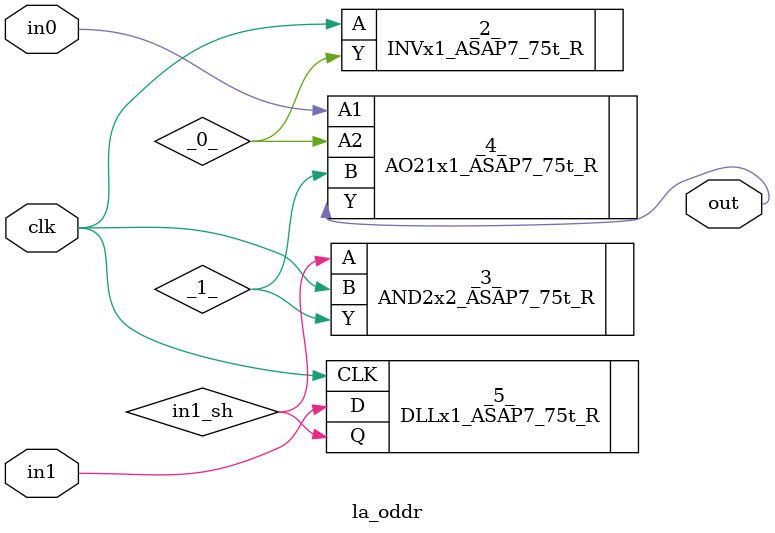
<source format=v>

/* Generated by Yosys 0.44 (git sha1 80ba43d26, g++ 11.4.0-1ubuntu1~22.04 -fPIC -O3) */

(* top =  1  *)
(* src = "generated" *)
module la_oddr (
    clk,
    in0,
    in1,
    out
);
  wire _0_;
  wire _1_;
  (* src = "generated" *)
  input clk;
  wire clk;
  (* src = "generated" *)
  input in0;
  wire in0;
  (* src = "generated" *)
  input in1;
  wire in1;
  (* src = "generated" *)
  wire in1_sh;
  (* src = "generated" *)
  output out;
  wire out;
  INVx1_ASAP7_75t_R _2_ (
      .A(clk),
      .Y(_0_)
  );
  AND2x2_ASAP7_75t_R _3_ (
      .A(in1_sh),
      .B(clk),
      .Y(_1_)
  );
  AO21x1_ASAP7_75t_R _4_ (
      .A1(in0),
      .A2(_0_),
      .B (_1_),
      .Y (out)
  );
  (* module_not_derived = 32'b00000000000000000000000000000001 *) (* src = "generated" *)
  DLLx1_ASAP7_75t_R _5_ (
      .CLK(clk),
      .D  (in1),
      .Q  (in1_sh)
  );
endmodule

</source>
